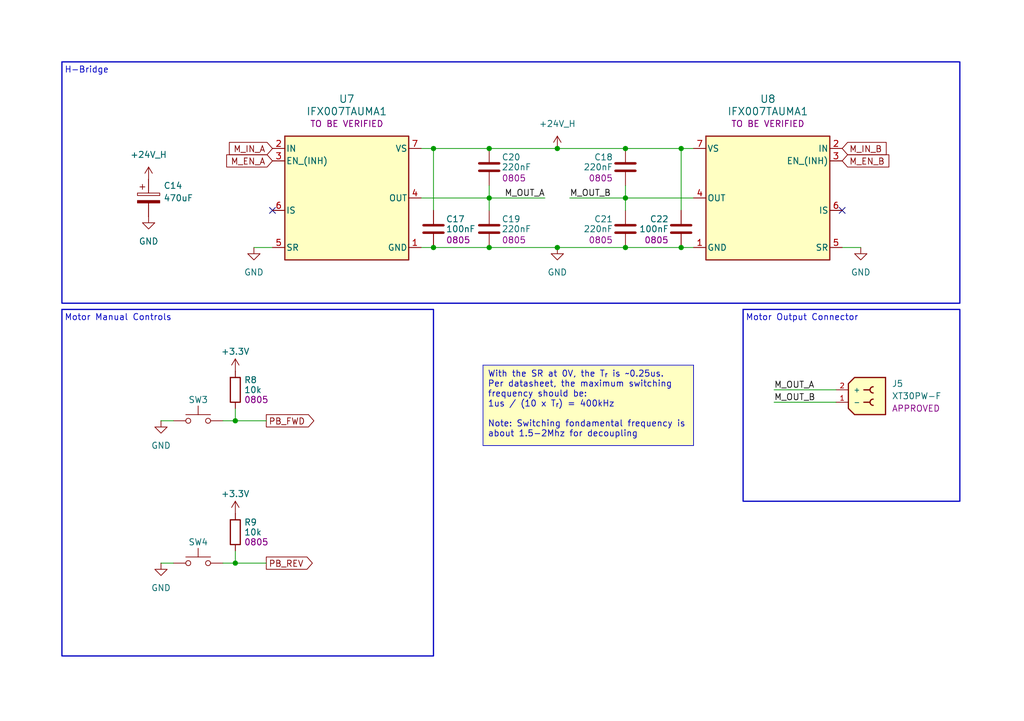
<source format=kicad_sch>
(kicad_sch (version 20231120) (generator "eeschema") (generator_version "8.0")
  (paper "A5")
  (title_block (title "ARM-JL Driver") (date "2025-02-03") (rev "REV0") (company "RobotiqueUdeS") (comment 1 "Made by Philippe Michaud"))
  (lib_symbols
    (symbol "Device:C_Polarized" (pin_numbers hide) (pin_names (offset 0.254))
      (property "Reference" "C" (at 0.635 2.54 0))
      (property "Value" "C_Polarized" (at 0.635 -2.54 0))
      (symbol "C_Polarized_0_1"
        (rectangle (start -2.286 0.508) (end 2.286 1.016))
        (polyline (pts (xy -1.778 2.286) (xy -0.762 2.286)))
        (polyline (pts (xy -1.27 2.794) (xy -1.27 1.778)))
        (rectangle (start 2.286 -0.508) (end -2.286 -1.016) (fill (type outline)))
      )
      (symbol "C_Polarized_1_1"
        (pin passive line (at 0 3.81 270) (length 2.794) (name "~") (number "1"))
        (pin passive line (at 0 -3.81 90) (length 2.794) (name "~") (number "2"))
      )
    )
    (symbol "RoverLibrary:C_0805" (pin_numbers hide) (pin_names (offset 0.254))
      (property "Reference" "C" (at 2.54 2.032 0))
      (property "Value" "~" (at 2.54 0 0))
      (property "Package" "0805" (at 2.54 -2.286 0))
      (symbol "C_0805_0_1"
        (polyline (pts (xy -2.032 -0.762) (xy 2.032 -0.762)) (stroke (width 0.508)))
        (polyline (pts (xy -2.032 0.762) (xy 2.032 0.762)) (stroke (width 0.508)))
      )
      (symbol "C_0805_1_1"
        (pin passive line (at 0 3.81 270) (length 2.794) (name "~") (number "1"))
        (pin passive line (at 0 -3.81 90) (length 2.794) (name "~") (number "2"))
      )
    )
    (symbol "RoverLibrary:Drive-IFX007TAUMA1" (pin_names (offset 0.254))
      (property "Reference" "U" (at 0 -1.27 0))
      (property "Value" "IFX007TAUMA1" (at 0 -3.81 0))
      (property "STATUS" "TO BE VERIFIED" (at 0 1.016 0))
      (symbol "Drive-IFX007TAUMA1_0_1"
        (pin power_in line (at 15.24 -29.21 180) (length 2.54) (name "GND") (number "1"))
        (pin input line (at -15.24 -8.89 0) (length 2.54) (name "IN") (number "2"))
        (pin output line (at -15.24 -21.59 0) (length 2.54) (name "IS") (number "6"))
        (pin power_in line (at 15.24 -8.89 180) (length 2.54) (name "VS") (number "7"))
      )
      (symbol "Drive-IFX007TAUMA1_1_1"
        (rectangle (start -12.7 -6.35) (end 12.7 -31.75) (stroke (width 0.254)) (fill (type background)))
        (pin input line (at -15.24 -11.43 0) (length 2.54) (name "EN_(INH)") (number "3"))
        (pin power_out line (at 15.24 -19.05 180) (length 2.54) (name "OUT") (number "4"))
        (pin passive line (at -15.24 -29.21 0) (length 2.54) (name "SR") (number "5"))
      )
    )
    (symbol "RoverLibrary:R_0805" (pin_numbers hide) (pin_names (offset 0))
      (property "Reference" "R" (at 2.032 0 90))
      (property "Value" "k" (at 0 0 90))
      (property "Package" "0805" (at -2.286 0 90))
      (symbol "R_0805_0_1"
        (rectangle (start -1.016 -2.54) (end 1.016 2.54) (stroke (width 0.254)))
      )
      (symbol "R_0805_1_1"
        (pin passive line (at 0 3.81 270) (length 1.27) (name "~") (number "1"))
        (pin passive line (at 0 -3.81 90) (length 1.27) (name "~") (number "2"))
      )
    )
    (symbol "RoverLibrary:SW-PTS815SJM250SMTRLFS" (pin_numbers hide) (pin_names (offset 1.016) hide)
      (property "Reference" "SW" (at 0 4.318 0))
      (symbol "SW-PTS815SJM250SMTRLFS_0_1"
        (circle (center -2.032 0) (radius 0.508))
        (polyline (pts (xy 0 1.27) (xy 0 3.048)))
        (polyline (pts (xy 2.54 1.27) (xy -2.54 1.27)))
        (circle (center 2.032 0) (radius 0.508))
      )
      (symbol "SW-PTS815SJM250SMTRLFS_1_1"
        (pin passive line (at -5.08 0 0) (length 2.54) (name "") (number "1"))
        (pin passive line (at -5.08 0 0) (length 2.54) hide (name "") (number "2"))
        (pin no_connect line (at 5.08 -2.54 180) (length 2.54) hide (name "NC") (number "3"))
        (pin passive line (at 5.08 0 180) (length 2.54) (name "") (number "4"))
      )
    )
    (symbol "RoverLibrary:XT30PW-F" (pin_names (offset 1.016))
      (property "Reference" "J" (at -7.62 3.81 0))
      (property "Value" "XT30PW-F" (at -7.62 -7.62 0))
      (property "STATUS" "APPROVED" (at -3.81 6.604 0))
      (symbol "XT30PW-F_0_0"
        (arc (start -5.0773 -3.175) (mid -4.445 -2.54) (end -5.0773 -1.905) (stroke (width 0.254)))
        (arc (start -5.0773 -0.635) (mid -4.445 0) (end -5.0773 0.635) (stroke (width 0.254)))
        (polyline (pts (xy -3.1723 -2.54) (xy -4.4423 -2.54)) (stroke (width 0.254)))
        (polyline (pts (xy -3.1723 0) (xy -4.4423 0)) (stroke (width 0.254)))
      )
      (symbol "XT30PW-F_1_0"
        (polyline (pts (xy -7.62 2.54) (xy -1.27 2.54) (xy -1.27 2.54) (xy 0 1.27) (xy 0 -3.81) (xy -1.27 -5.08) (xy -7.62 -5.08) (xy -7.62 2.54)) (stroke (width 0.254)) (fill (type background)))
        (pin power_in line (at 2.54 -2.54 180) (length 2.54) (name "-") (number "1"))
        (pin power_in line (at 2.54 0 180) (length 2.54) (name "+") (number "2"))
      )
    )
    (symbol "power:+24V" (power) (pin_numbers hide) (pin_names (offset 0) hide)
      (property "Value" "+24V" (at 0 3.556 0))
      (symbol "+24V_0_1"
        (polyline (pts (xy -0.762 1.27) (xy 0 2.54)))
        (polyline (pts (xy 0 0) (xy 0 2.54)))
        (polyline (pts (xy 0 2.54) (xy 0.762 1.27)))
      )
      (symbol "+24V_1_1"
        (pin power_in line (at 0 0 90) (length 0) (name "~") (number "1"))
      )
    )
    (symbol "power:+3.3V" (power) (pin_numbers hide) (pin_names (offset 0) hide)
      (property "Value" "+3.3V" (at 0 3.556 0))
      (symbol "+3.3V_0_1"
        (polyline (pts (xy -0.762 1.27) (xy 0 2.54)))
        (polyline (pts (xy 0 0) (xy 0 2.54)))
        (polyline (pts (xy 0 2.54) (xy 0.762 1.27)))
      )
      (symbol "+3.3V_1_1"
        (pin power_in line (at 0 0 90) (length 0) (name "~") (number "1"))
      )
    )
    (symbol "power:GND" (power) (pin_numbers hide) (pin_names (offset 0) hide)
      (property "Value" "GND" (at 0 -3.81 0))
      (symbol "GND_0_1"
        (polyline (pts (xy 0 0) (xy 0 -1.27) (xy 1.27 -1.27) (xy 0 -2.54) (xy -1.27 -1.27) (xy 0 -1.27)))
      )
      (symbol "GND_1_1"
        (pin power_in line (at 0 0 270) (length 0) (name "~") (number "1"))
      )
    )
  )
  (junction (at 100.33 50.8))
  (junction (at 48.26 115.57))
  (junction (at 139.7 50.8))
  (junction (at 88.9 50.8))
  (junction (at 114.3 50.8))
  (junction (at 48.26 86.36))
  (junction (at 128.27 50.8))
  (junction (at 139.7 30.48))
  (junction (at 114.3 30.48))
  (junction (at 128.27 30.48))
  (junction (at 88.9 30.48))
  (junction (at 100.33 40.64))
  (junction (at 100.33 30.48))
  (junction (at 128.27 40.64))
  (no_connect (at 172.72 43.18))
  (no_connect (at 55.88 43.18))
  (wire (pts (xy 128.27 38.1) (xy 128.27 40.64)))
  (wire (pts (xy 100.33 40.64) (xy 111.76 40.64)))
  (wire (pts (xy 128.27 50.8) (xy 139.7 50.8)))
  (wire (pts (xy 176.53 50.8) (xy 172.72 50.8)))
  (wire (pts (xy 45.72 86.36) (xy 48.26 86.36)))
  (wire (pts (xy 48.26 115.57) (xy 54.61 115.57)))
  (wire (pts (xy 86.36 30.48) (xy 88.9 30.48)))
  (wire (pts (xy 128.27 30.48) (xy 139.7 30.48)))
  (wire (pts (xy 100.33 38.1) (xy 100.33 40.64)))
  (wire (pts (xy 88.9 30.48) (xy 100.33 30.48)))
  (wire (pts (xy 33.02 115.57) (xy 35.56 115.57)))
  (wire (pts (xy 48.26 113.03) (xy 48.26 115.57)))
  (wire (pts (xy 158.75 82.55) (xy 171.45 82.55)))
  (wire (pts (xy 86.36 50.8) (xy 88.9 50.8)))
  (wire (pts (xy 100.33 30.48) (xy 114.3 30.48)))
  (wire (pts (xy 139.7 30.48) (xy 142.24 30.48)))
  (wire (pts (xy 114.3 50.8) (xy 128.27 50.8)))
  (wire (pts (xy 139.7 30.48) (xy 139.7 43.18)))
  (wire (pts (xy 100.33 40.64) (xy 100.33 43.18)))
  (wire (pts (xy 116.84 40.64) (xy 128.27 40.64)))
  (wire (pts (xy 48.26 86.36) (xy 54.61 86.36)))
  (wire (pts (xy 114.3 30.48) (xy 128.27 30.48)))
  (wire (pts (xy 88.9 30.48) (xy 88.9 43.18)))
  (wire (pts (xy 45.72 115.57) (xy 48.26 115.57)))
  (wire (pts (xy 128.27 40.64) (xy 142.24 40.64)))
  (wire (pts (xy 158.75 80.01) (xy 171.45 80.01)))
  (wire (pts (xy 86.36 40.64) (xy 100.33 40.64)))
  (wire (pts (xy 52.07 50.8) (xy 55.88 50.8)))
  (wire (pts (xy 139.7 50.8) (xy 142.24 50.8)))
  (wire (pts (xy 88.9 50.8) (xy 100.33 50.8)))
  (wire (pts (xy 33.02 86.36) (xy 35.56 86.36)))
  (wire (pts (xy 100.33 50.8) (xy 114.3 50.8)))
  (wire (pts (xy 128.27 40.64) (xy 128.27 43.18)))
  (wire (pts (xy 48.26 83.82) (xy 48.26 86.36)))
  (rectangle (start 12.7 12.7) (end 196.85 62.23) (stroke (width 0.254)))
  (rectangle (start 12.7 63.5) (end 88.9 134.62) (stroke (width 0.254)))
  (rectangle (start 152.4 63.5) (end 196.85 102.87) (stroke (width 0.254)))
  (text_box "With the SR at 0V, the T_{r} is ~0.25us. \nPer datasheet, the maximum switching frequency should be:\n1us / (10 x T_{r}) = 400kHz\n\nNote: Switching fondamental frequency is about 1.5-2Mhz for decoupling\n" (at 99.06 74.93 0) (size 43.18 16.51) (fill (type color) (color 255 255 194 1)) (effects (font (size 1.27 1.27)) (justify left top)))
  (text "Motor Manual Controls" (at 13.208 65.278 0) (effects (font (size 1.27 1.27)) (justify left)))
  (text "H-Bridge" (at 13.208 14.478 0) (effects (font (size 1.27 1.27)) (justify left)))
  (text "Motor Output Connector" (at 152.908 65.278 0) (effects (font (size 1.27 1.27)) (justify left)))
  (label "M_OUT_B" (at 158.75 82.55 0))
  (label "M_OUT_A" (at 158.75 80.01 0))
  (label "M_OUT_A" (at 111.76 40.64 180))
  (label "M_OUT_B" (at 116.84 40.64 0))
  (global_label "M_EN_A" (shape input) (at 55.88 33.02 180) (property "Intersheetrefs" "${INTERSHEET_REFS}" (effects (hide yes))))
  (global_label "M_IN_B" (shape input) (at 172.72 30.48 0) (property "Intersheetrefs" "${INTERSHEET_REFS}" (effects (hide yes))))
  (global_label "M_IN_A" (shape input) (at 55.88 30.48 180) (property "Intersheetrefs" "${INTERSHEET_REFS}" (effects (hide yes))))
  (global_label "PB_FWD" (shape output) (at 54.61 86.36 0) (property "Intersheetrefs" "${INTERSHEET_REFS}" (effects (hide yes))))
  (global_label "PB_REV" (shape output) (at 54.61 115.57 0) (property "Intersheetrefs" "${INTERSHEET_REFS}" (effects (hide yes))))
  (global_label "M_EN_B" (shape input) (at 172.72 33.02 0) (property "Intersheetrefs" "${INTERSHEET_REFS}" (effects (hide yes))))
  (symbol (lib_id "power:GND") (at 30.48 44.45 0) (unit 1)
    (property "Reference" "#PWR039" (effects (hide yes)))
    (property "Value" "GND" (at 30.48 49.53 0))
    (property "Description" "Power symbol creates a global label with name \"GND\" , ground" (effects (hide yes)))
  )
  (symbol (lib_id "power:+24V") (at 30.48 36.83 0) (unit 1)
    (property "Reference" "#PWR038" (effects (hide yes)))
    (property "Value" "+24V_H" (at 30.48 31.75 0))
    (property "Description" "Power symbol creates a global label with name \"+24V\"" (effects (hide yes)))
  )
  (symbol (lib_id "RoverLibrary:SW-PTS815SJM250SMTRLFS") (at 40.64 115.57 0) (unit 1)
    (property "Reference" "SW4" (at 38.608 111.252 0) (effects (justify left)))
    (property "Value" "SW-PTS815SJM250SMTRLFS" (effects (hide yes)))
    (property "Footprint" "RoverFootprint:SW-PTS815 SJM250SMTRLFS" (effects (hide yes)))
    (property "Datasheet" "https://www.ckswitches.com/media/2728/pts815.pdf" (effects (hide yes)))
    (property "Description" "Push button switch" (effects (hide yes)))
  )
  (symbol (lib_id "RoverLibrary:C_0805") (at 100.33 46.99 0) (unit 1)
    (property "Reference" "C19" (at 102.87 44.958 0) (effects (justify left)))
    (property "Value" "220nF" (at 102.87 46.99 0) (effects (justify left)))
    (property "Footprint" "Capacitor_SMD:C_0805_2012Metric_Pad1.18x1.45mm_HandSolder" (effects (hide yes)))
    (property "Description" "Unpolarized capacitor" (effects (hide yes)))
    (property "Package" "0805" (at 102.87 49.276 0) (effects (justify left)))
  )
  (symbol (lib_id "power:GND") (at 114.3 50.8 0) (unit 1)
    (property "Reference" "#PWR037" (effects (hide yes)))
    (property "Value" "GND" (at 114.3 55.88 0))
    (property "Description" "Power symbol creates a global label with name \"GND\" , ground" (effects (hide yes)))
  )
  (symbol (lib_id "RoverLibrary:C_0805") (at 88.9 46.99 0) (unit 1)
    (property "Reference" "C17" (at 91.44 44.958 0) (effects (justify left)))
    (property "Value" "100nF" (at 91.44 46.99 0) (effects (justify left)))
    (property "Footprint" "Capacitor_SMD:C_0805_2012Metric_Pad1.18x1.45mm_HandSolder" (effects (hide yes)))
    (property "Description" "Unpolarized capacitor" (effects (hide yes)))
    (property "Package" "0805" (at 91.44 49.276 0) (effects (justify left)))
  )
  (symbol (lib_id "RoverLibrary:C_0805") (at 128.27 34.29 0) (mirror y) (unit 1)
    (property "Reference" "C18" (at 125.73 32.258 0) (effects (justify left)))
    (property "Value" "220nF" (at 125.73 34.29 0) (effects (justify left)))
    (property "Footprint" "Capacitor_SMD:C_0805_2012Metric_Pad1.18x1.45mm_HandSolder" (effects (hide yes)))
    (property "Description" "Unpolarized capacitor" (effects (hide yes)))
    (property "Package" "0805" (at 125.73 36.576 0) (effects (justify left)))
  )
  (symbol (lib_id "power:GND") (at 33.02 115.57 0) (unit 1)
    (property "Reference" "#PWR042" (effects (hide yes)))
    (property "Value" "GND" (at 33.02 120.65 0))
    (property "Description" "Power symbol creates a global label with name \"GND\" , ground" (effects (hide yes)))
  )
  (symbol (lib_id "RoverLibrary:C_0805") (at 100.33 34.29 0) (unit 1)
    (property "Reference" "C20" (at 102.87 32.258 0) (effects (justify left)))
    (property "Value" "220nF" (at 102.87 34.29 0) (effects (justify left)))
    (property "Footprint" "Capacitor_SMD:C_0805_2012Metric_Pad1.18x1.45mm_HandSolder" (effects (hide yes)))
    (property "Description" "Unpolarized capacitor" (effects (hide yes)))
    (property "Package" "0805" (at 102.87 36.576 0) (effects (justify left)))
  )
  (symbol (lib_id "RoverLibrary:Drive-IFX007TAUMA1") (at 71.12 21.59 0) (unit 1)
    (property "Reference" "U7" (at 71.12 20.32 0) (effects (font (size 1.524 1.524))))
    (property "Value" "IFX007TAUMA1" (at 71.12 22.86 0) (effects (font (size 1.524 1.524))))
    (property "Footprint" "Package_TO_SOT_SMD:TO-263-7_TabPin4" (effects (hide yes)))
    (property "Datasheet" "https://mm.digikey.com/Volume0/opasdata/d220001/medias/docus/781/IFX007T_Rev1.0_2018-02-21.pdf" (effects (hide yes)))
    (property "STATUS" "TO BE VERIFIED" (at 71.12 25.4 0))
  )
  (symbol (lib_id "RoverLibrary:R_0805") (at 48.26 80.01 180) (unit 1)
    (property "Reference" "R8" (at 50.038 77.978 0) (effects (justify right)))
    (property "Value" "10k" (at 50.038 80.01 0) (effects (justify right)))
    (property "Footprint" "Resistor_SMD:R_0805_2012Metric_Pad1.20x1.40mm_HandSolder" (effects (hide yes)))
    (property "Description" "Resistor" (effects (hide yes)))
    (property "Package" "0805" (at 50.038 82.042 0) (effects (justify right)))
  )
  (symbol (lib_id "RoverLibrary:R_0805") (at 48.26 109.22 180) (unit 1)
    (property "Reference" "R9" (at 50.038 107.188 0) (effects (justify right)))
    (property "Value" "10k" (at 50.038 109.22 0) (effects (justify right)))
    (property "Footprint" "Resistor_SMD:R_0805_2012Metric_Pad1.20x1.40mm_HandSolder" (effects (hide yes)))
    (property "Description" "Resistor" (effects (hide yes)))
    (property "Package" "0805" (at 50.038 111.252 0) (effects (justify right)))
  )
  (symbol (lib_id "power:+3.3V") (at 48.26 105.41 0) (unit 1)
    (property "Reference" "#PWR043" (effects (hide yes)))
    (property "Value" "+3.3V" (at 48.26 101.346 0))
    (property "Description" "Power symbol creates a global label with name \"+3.3V\"" (effects (hide yes)))
  )
  (symbol (lib_id "power:GND") (at 176.53 50.8 0) (mirror y) (unit 1)
    (property "Reference" "#PWR035" (effects (hide yes)))
    (property "Value" "GND" (at 176.53 55.88 0))
    (property "Description" "Power symbol creates a global label with name \"GND\" , ground" (effects (hide yes)))
  )
  (symbol (lib_id "RoverLibrary:Drive-IFX007TAUMA1") (at 157.48 21.59 0) (mirror y) (unit 1)
    (property "Reference" "U8" (at 157.48 20.32 0) (effects (font (size 1.524 1.524))))
    (property "Value" "IFX007TAUMA1" (at 157.48 22.86 0) (effects (font (size 1.524 1.524))))
    (property "Footprint" "Package_TO_SOT_SMD:TO-263-7_TabPin4" (effects (hide yes)))
    (property "Datasheet" "https://mm.digikey.com/Volume0/opasdata/d220001/medias/docus/781/IFX007T_Rev1.0_2018-02-21.pdf" (effects (hide yes)))
    (property "STATUS" "TO BE VERIFIED" (at 157.48 25.4 0))
  )
  (symbol (lib_id "RoverLibrary:C_0805") (at 139.7 46.99 0) (mirror y) (unit 1)
    (property "Reference" "C22" (at 137.16 44.958 0) (effects (justify left)))
    (property "Value" "100nF" (at 137.16 46.99 0) (effects (justify left)))
    (property "Footprint" "Capacitor_SMD:C_0805_2012Metric_Pad1.18x1.45mm_HandSolder" (effects (hide yes)))
    (property "Description" "Unpolarized capacitor" (effects (hide yes)))
    (property "Package" "0805" (at 137.16 49.276 0) (effects (justify left)))
  )
  (symbol (lib_id "power:GND") (at 33.02 86.36 0) (unit 1)
    (property "Reference" "#PWR041" (effects (hide yes)))
    (property "Value" "GND" (at 33.02 91.44 0))
    (property "Description" "Power symbol creates a global label with name \"GND\" , ground" (effects (hide yes)))
  )
  (symbol (lib_id "RoverLibrary:C_0805") (at 128.27 46.99 0) (mirror y) (unit 1)
    (property "Reference" "C21" (at 125.73 44.958 0) (effects (justify left)))
    (property "Value" "220nF" (at 125.73 46.99 0) (effects (justify left)))
    (property "Footprint" "Capacitor_SMD:C_0805_2012Metric_Pad1.18x1.45mm_HandSolder" (effects (hide yes)))
    (property "Description" "Unpolarized capacitor" (effects (hide yes)))
    (property "Package" "0805" (at 125.73 49.276 0) (effects (justify left)))
  )
  (symbol (lib_id "power:+24V") (at 114.3 30.48 0) (unit 1)
    (property "Reference" "#PWR036" (effects (hide yes)))
    (property "Value" "+24V_H" (at 114.3 25.4 0))
    (property "Description" "Power symbol creates a global label with name \"+24V\"" (effects (hide yes)))
  )
  (symbol (lib_id "RoverLibrary:XT30PW-F") (at 173.99 80.01 0) (mirror y) (unit 1)
    (property "Reference" "J5" (at 182.88 78.7399 0) (effects (justify right)))
    (property "Value" "XT30PW-F" (at 182.88 81.2799 0) (effects (justify right)))
    (property "Footprint" "RoverFootprint:AMASS_XT30PW-F_1x02_P2.50mm_Horizontal" (effects (hide yes)))
    (property "MF" "amass" (effects (hide yes)))
    (property "MAXIMUM_PACKAGE_HEIGHT" "5 mm" (effects (hide yes)))
    (property "Package" "None" (effects (hide yes)))
    (property "Price" "None" (effects (hide yes)))
    (property "Check_prices" "https://www.snapeda.com/parts/XT30PW-F/AMASS/view-part/?ref=eda" (effects (hide yes)))
    (property "STANDARD" "Manufacturer Recommendations" (effects (hide yes)))
    (property "PARTREV" "1.2" (effects (hide yes)))
    (property "SnapEDA_Link" "https://www.snapeda.com/parts/XT30PW-F/AMASS/view-part/?ref=snap" (effects (hide yes)))
    (property "MP" "XT30PW-F" (effects (hide yes)))
    (property "Description_1" "\nSocket; DC supply; XT30; female; PIN: 2; on PCBs; THT; yellow; 15A\n" (effects (hide yes)))
    (property "MANUFACTURER" "Amass" (effects (hide yes)))
    (property "Availability" "Not in stock" (effects (hide yes)))
    (property "SNAPEDA_PN" "XT30PW-F" (effects (hide yes)))
    (property "STATUS" "APPROVED" (at 182.88 83.8199 0) (effects (justify right)))
  )
  (symbol (lib_id "power:+3.3V") (at 48.26 76.2 0) (unit 1)
    (property "Reference" "#PWR040" (effects (hide yes)))
    (property "Value" "+3.3V" (at 48.26 72.136 0))
    (property "Description" "Power symbol creates a global label with name \"+3.3V\"" (effects (hide yes)))
  )
  (symbol (lib_id "Device:C_Polarized") (at 30.48 40.64 0) (unit 1)
    (property "Reference" "C14" (at 33.528 38.1 0) (effects (justify left)))
    (property "Value" "470uF" (at 33.528 40.64 0) (effects (justify left)))
    (property "Footprint" "Capacitor_SMD:CP_Elec_10x12.6" (effects (hide yes)))
    (property "Description" "Polarized capacitor" (effects (hide yes)))
    (property "Digikey" "https://www.digikey.ca/en/products/detail/chemi-con/HHXJ350ARA471MJC5G/21530750" (effects (hide yes)))
  )
  (symbol (lib_id "power:GND") (at 52.07 50.8 0) (unit 1)
    (property "Reference" "#PWR034" (effects (hide yes)))
    (property "Value" "GND" (at 52.07 55.88 0))
    (property "Description" "Power symbol creates a global label with name \"GND\" , ground" (effects (hide yes)))
  )
  (symbol (lib_id "RoverLibrary:SW-PTS815SJM250SMTRLFS") (at 40.64 86.36 0) (unit 1)
    (property "Reference" "SW3" (at 38.608 82.042 0) (effects (justify left)))
    (property "Value" "SW-PTS815SJM250SMTRLFS" (effects (hide yes)))
    (property "Footprint" "RoverFootprint:SW-PTS815 SJM250SMTRLFS" (effects (hide yes)))
    (property "Datasheet" "https://www.ckswitches.com/media/2728/pts815.pdf" (effects (hide yes)))
    (property "Description" "Push button switch" (effects (hide yes)))
  )
)
</source>
